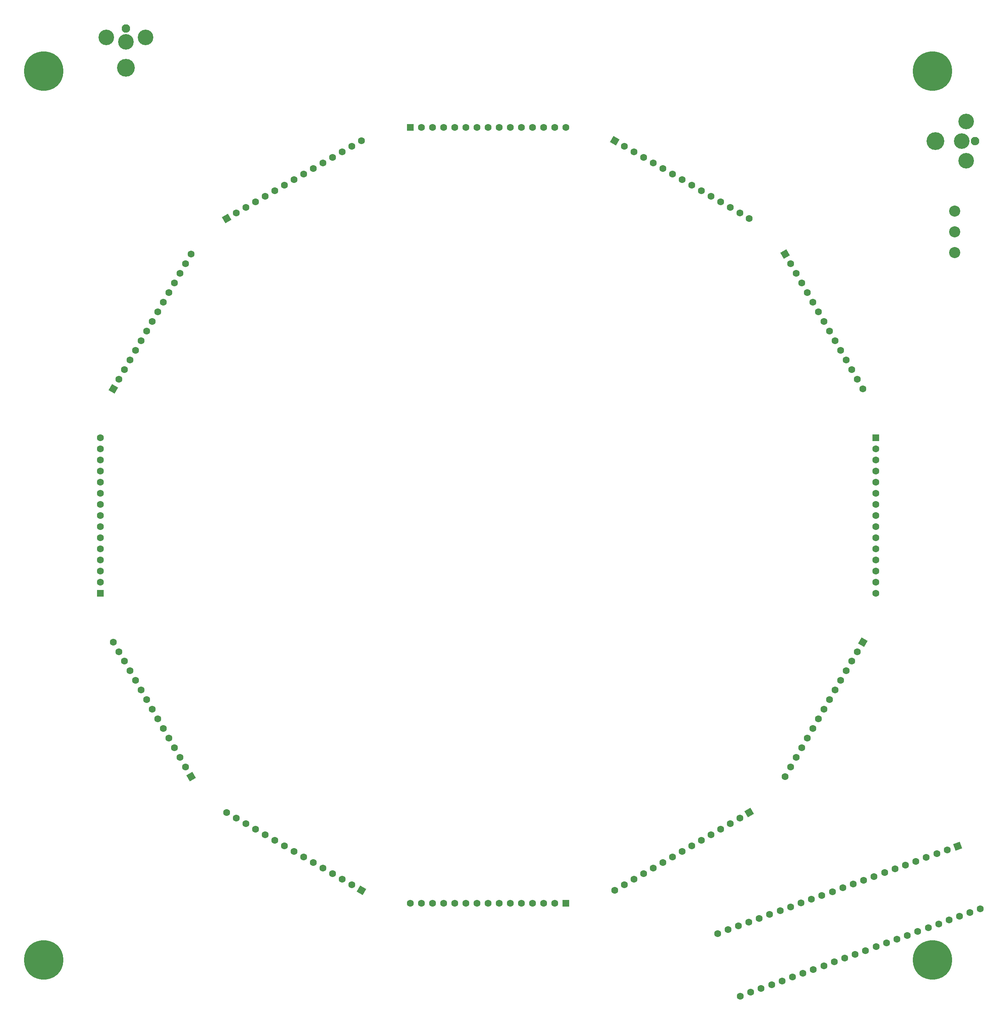
<source format=gbs>
%TF.GenerationSoftware,KiCad,Pcbnew,8.0.6-8.0.6-0~ubuntu22.04.1*%
%TF.CreationDate,2024-12-20T08:13:23-08:00*%
%TF.ProjectId,teensy_arena_12-12,7465656e-7379-45f6-9172-656e615f3132,rev?*%
%TF.SameCoordinates,Original*%
%TF.FileFunction,Soldermask,Bot*%
%TF.FilePolarity,Negative*%
%FSLAX46Y46*%
G04 Gerber Fmt 4.6, Leading zero omitted, Abs format (unit mm)*
G04 Created by KiCad (PCBNEW 8.0.6-8.0.6-0~ubuntu22.04.1) date 2024-12-20 08:13:23*
%MOMM*%
%LPD*%
G01*
G04 APERTURE LIST*
G04 Aperture macros list*
%AMRotRect*
0 Rectangle, with rotation*
0 The origin of the aperture is its center*
0 $1 length*
0 $2 width*
0 $3 Rotation angle, in degrees counterclockwise*
0 Add horizontal line*
21,1,$1,$2,0,0,$3*%
G04 Aperture macros list end*
%ADD10C,9.000000*%
%ADD11C,3.556000*%
%ADD12C,1.930400*%
%ADD13C,4.064000*%
%ADD14R,1.600000X1.600000*%
%ADD15C,1.600000*%
%ADD16RotRect,1.600000X1.600000X240.000000*%
%ADD17C,2.540000*%
%ADD18RotRect,1.600000X1.600000X150.000000*%
%ADD19RotRect,1.600000X1.600000X210.000000*%
%ADD20RotRect,1.600000X1.600000X30.000000*%
%ADD21RotRect,1.600000X1.600000X200.000000*%
%ADD22RotRect,1.600000X1.600000X60.000000*%
%ADD23RotRect,1.600000X1.600000X120.000000*%
%ADD24RotRect,1.600000X1.600000X300.000000*%
%ADD25RotRect,1.600000X1.600000X330.000000*%
G04 APERTURE END LIST*
D10*
%TO.C,H1*%
X76200000Y-76200000D03*
%TD*%
D11*
%TO.C,J4*%
X90504200Y-68506600D03*
D12*
X95000000Y-66500000D03*
D11*
X99495800Y-68506600D03*
D13*
X95000000Y-75491600D03*
D11*
X95000000Y-69497200D03*
%TD*%
D14*
%TO.C,P10*%
X195580000Y-266474000D03*
D15*
X193040000Y-266474000D03*
X190500000Y-266474000D03*
X187960000Y-266474000D03*
X185420000Y-266474000D03*
X182880000Y-266474000D03*
X180340000Y-266474000D03*
X177800000Y-266474000D03*
X175260000Y-266474000D03*
X172720000Y-266474000D03*
X170180000Y-266474000D03*
X167640000Y-266474000D03*
X165100000Y-266474000D03*
X162560000Y-266474000D03*
X160020000Y-266474000D03*
%TD*%
D16*
%TO.C,P12*%
X263484000Y-206739068D03*
D15*
X262214000Y-208938773D03*
X260944000Y-211138477D03*
X259674000Y-213338182D03*
X258404000Y-215537886D03*
X257134000Y-217737591D03*
X255864000Y-219937295D03*
X254594000Y-222137000D03*
X253324000Y-224336705D03*
X252054000Y-226536409D03*
X250784000Y-228736114D03*
X249514000Y-230935818D03*
X248244000Y-233135523D03*
X246974000Y-235335227D03*
X245704000Y-237534932D03*
%TD*%
D14*
%TO.C,P7*%
X89126000Y-195580000D03*
D15*
X89126000Y-193040000D03*
X89126000Y-190500000D03*
X89126000Y-187960000D03*
X89126000Y-185420000D03*
X89126000Y-182880000D03*
X89126000Y-180340000D03*
X89126000Y-177800000D03*
X89126000Y-175260000D03*
X89126000Y-172720000D03*
X89126000Y-170180000D03*
X89126000Y-167640000D03*
X89126000Y-165100000D03*
X89126000Y-162560000D03*
X89126000Y-160020000D03*
%TD*%
D17*
%TO.C,SW1*%
X284480000Y-117752500D03*
X284480000Y-113002700D03*
X284480000Y-108252900D03*
%TD*%
D18*
%TO.C,P9*%
X148860932Y-263484000D03*
D15*
X146661227Y-262214000D03*
X144461523Y-260944000D03*
X142261818Y-259674000D03*
X140062114Y-258404000D03*
X137862409Y-257134000D03*
X135662705Y-255864000D03*
X133463000Y-254594000D03*
X131263295Y-253324000D03*
X129063591Y-252054000D03*
X126863886Y-250784000D03*
X124664182Y-249514000D03*
X122464477Y-248244000D03*
X120264773Y-246974000D03*
X118065068Y-245704000D03*
%TD*%
D19*
%TO.C,P11*%
X237534932Y-245704000D03*
D15*
X235335227Y-246974000D03*
X233135523Y-248244000D03*
X230935818Y-249514000D03*
X228736114Y-250784000D03*
X226536409Y-252054000D03*
X224336705Y-253324000D03*
X222137000Y-254594000D03*
X219937295Y-255864000D03*
X217737591Y-257134000D03*
X215537886Y-258404000D03*
X213338182Y-259674000D03*
X211138477Y-260944000D03*
X208938773Y-262214000D03*
X206739068Y-263484000D03*
%TD*%
D10*
%TO.C,H3*%
X279400000Y-279400000D03*
%TD*%
%TO.C,H4*%
X76200000Y-279400000D03*
%TD*%
D11*
%TO.C,J1*%
X287096200Y-87706200D03*
D12*
X289102800Y-92202000D03*
D11*
X287096200Y-96697800D03*
D13*
X280111200Y-92202000D03*
D11*
X286105600Y-92202000D03*
%TD*%
D20*
%TO.C,P5*%
X118065068Y-109896000D03*
D15*
X120264773Y-108626000D03*
X122464477Y-107356000D03*
X124664182Y-106086000D03*
X126863886Y-104816000D03*
X129063591Y-103546000D03*
X131263295Y-102276000D03*
X133463000Y-101006000D03*
X135662705Y-99736000D03*
X137862409Y-98466000D03*
X140062114Y-97196000D03*
X142261818Y-95926000D03*
X144461523Y-94656000D03*
X146661227Y-93386000D03*
X148860932Y-92116000D03*
%TD*%
D14*
%TO.C,P4*%
X160020000Y-89126000D03*
D15*
X162560000Y-89126000D03*
X165100000Y-89126000D03*
X167640000Y-89126000D03*
X170180000Y-89126000D03*
X172720000Y-89126000D03*
X175260000Y-89126000D03*
X177800000Y-89126000D03*
X180340000Y-89126000D03*
X182880000Y-89126000D03*
X185420000Y-89126000D03*
X187960000Y-89126000D03*
X190500000Y-89126000D03*
X193040000Y-89126000D03*
X195580000Y-89126000D03*
%TD*%
D21*
%TO.C,U1*%
X285152628Y-253394534D03*
D15*
X282765809Y-254263265D03*
X280378989Y-255131996D03*
X277992170Y-256000727D03*
X275605351Y-256869458D03*
X273218532Y-257738190D03*
X270831712Y-258606921D03*
X268444893Y-259475652D03*
X266058074Y-260344383D03*
X263671255Y-261213114D03*
X261284435Y-262081845D03*
X258897616Y-262950577D03*
X256510797Y-263819308D03*
X254123978Y-264688039D03*
X251737158Y-265556770D03*
X249350339Y-266425501D03*
X246963520Y-267294232D03*
X244576701Y-268162964D03*
X242189881Y-269031695D03*
X239803062Y-269900426D03*
X237416243Y-270769157D03*
X235029425Y-271637888D03*
X232642604Y-272506619D03*
X230255785Y-273375351D03*
X235468172Y-287696266D03*
X237854991Y-286827535D03*
X240241811Y-285958804D03*
X242628630Y-285090073D03*
X245015449Y-284221342D03*
X247402268Y-283352610D03*
X249789088Y-282483879D03*
X252175907Y-281615148D03*
X254562726Y-280746417D03*
X256949545Y-279877686D03*
X259336365Y-279008955D03*
X261723184Y-278140223D03*
X264110003Y-277271492D03*
X266496822Y-276402761D03*
X268883642Y-275534030D03*
X271270461Y-274665299D03*
X273657280Y-273796568D03*
X276044099Y-272927836D03*
X278430919Y-272059105D03*
X280817738Y-271190374D03*
X283204557Y-270321643D03*
X285591375Y-269452912D03*
X287978196Y-268584181D03*
X290365015Y-267715449D03*
%TD*%
D14*
%TO.C,P1*%
X266474000Y-160020000D03*
D15*
X266474000Y-162560000D03*
X266474000Y-165100000D03*
X266474000Y-167640000D03*
X266474000Y-170180000D03*
X266474000Y-172720000D03*
X266474000Y-175260000D03*
X266474000Y-177800000D03*
X266474000Y-180340000D03*
X266474000Y-182880000D03*
X266474000Y-185420000D03*
X266474000Y-187960000D03*
X266474000Y-190500000D03*
X266474000Y-193040000D03*
X266474000Y-195580000D03*
%TD*%
D22*
%TO.C,P6*%
X92116000Y-148860932D03*
D15*
X93386000Y-146661227D03*
X94656000Y-144461523D03*
X95926000Y-142261818D03*
X97196000Y-140062114D03*
X98466000Y-137862409D03*
X99736000Y-135662705D03*
X101006000Y-133463000D03*
X102276000Y-131263295D03*
X103546000Y-129063591D03*
X104816000Y-126863886D03*
X106086000Y-124664182D03*
X107356000Y-122464477D03*
X108626000Y-120264773D03*
X109896000Y-118065068D03*
%TD*%
D23*
%TO.C,P8*%
X109896000Y-237534932D03*
D15*
X108626000Y-235335227D03*
X107356000Y-233135523D03*
X106086000Y-230935818D03*
X104816000Y-228736114D03*
X103546000Y-226536409D03*
X102276000Y-224336705D03*
X101006000Y-222137000D03*
X99736000Y-219937295D03*
X98466000Y-217737591D03*
X97196000Y-215537886D03*
X95926000Y-213338182D03*
X94656000Y-211138477D03*
X93386000Y-208938773D03*
X92116000Y-206739068D03*
%TD*%
D10*
%TO.C,H2*%
X279400000Y-76200000D03*
%TD*%
D24*
%TO.C,P2*%
X245704000Y-118065068D03*
D15*
X246974000Y-120264773D03*
X248244000Y-122464477D03*
X249514000Y-124664182D03*
X250784000Y-126863886D03*
X252054000Y-129063591D03*
X253324000Y-131263295D03*
X254594000Y-133463000D03*
X255864000Y-135662705D03*
X257134000Y-137862409D03*
X258404000Y-140062114D03*
X259674000Y-142261818D03*
X260944000Y-144461523D03*
X262214000Y-146661227D03*
X263484000Y-148860932D03*
%TD*%
D25*
%TO.C,P3*%
X206739068Y-92116000D03*
D15*
X208938773Y-93386000D03*
X211138477Y-94656000D03*
X213338182Y-95926000D03*
X215537886Y-97196000D03*
X217737591Y-98466000D03*
X219937295Y-99736000D03*
X222137000Y-101006000D03*
X224336705Y-102276000D03*
X226536409Y-103546000D03*
X228736114Y-104816000D03*
X230935818Y-106086000D03*
X233135523Y-107356000D03*
X235335227Y-108626000D03*
X237534932Y-109896000D03*
%TD*%
M02*

</source>
